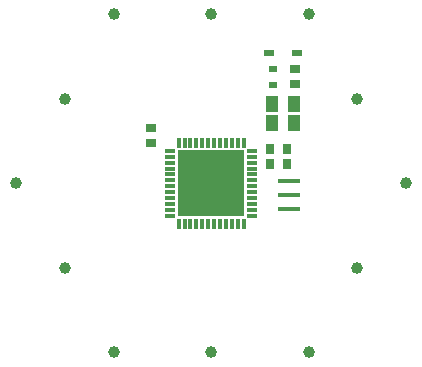
<source format=gbp>
G04*
G04 #@! TF.GenerationSoftware,Altium Limited,Altium Designer,25.8.1 (18)*
G04*
G04 Layer_Color=128*
%FSLAX44Y44*%
%MOMM*%
G71*
G04*
G04 #@! TF.SameCoordinates,72622D7D-59BA-477E-922F-BDBC8D2A5B01*
G04*
G04*
G04 #@! TF.FilePolarity,Positive*
G04*
G01*
G75*
%ADD18R,0.6400X0.8900*%
G04:AMPARAMS|DCode=20|XSize=1mm|YSize=1mm|CornerRadius=0.5mm|HoleSize=0mm|Usage=FLASHONLY|Rotation=120.000|XOffset=0mm|YOffset=0mm|HoleType=Round|Shape=RoundedRectangle|*
%AMROUNDEDRECTD20*
21,1,1.0000,0.0000,0,0,120.0*
21,1,0.0000,1.0000,0,0,120.0*
1,1,1.0000,0.0000,0.0000*
1,1,1.0000,0.0000,0.0000*
1,1,1.0000,0.0000,0.0000*
1,1,1.0000,0.0000,0.0000*
%
%ADD20ROUNDEDRECTD20*%
G04:AMPARAMS|DCode=21|XSize=1mm|YSize=1mm|CornerRadius=0.5mm|HoleSize=0mm|Usage=FLASHONLY|Rotation=0.000|XOffset=0mm|YOffset=0mm|HoleType=Round|Shape=RoundedRectangle|*
%AMROUNDEDRECTD21*
21,1,1.0000,0.0000,0,0,0.0*
21,1,0.0000,1.0000,0,0,0.0*
1,1,1.0000,0.0000,0.0000*
1,1,1.0000,0.0000,0.0000*
1,1,1.0000,0.0000,0.0000*
1,1,1.0000,0.0000,0.0000*
%
%ADD21ROUNDEDRECTD21*%
G04:AMPARAMS|DCode=22|XSize=1mm|YSize=1mm|CornerRadius=0.5mm|HoleSize=0mm|Usage=FLASHONLY|Rotation=60.000|XOffset=0mm|YOffset=0mm|HoleType=Round|Shape=RoundedRectangle|*
%AMROUNDEDRECTD22*
21,1,1.0000,0.0000,0,0,60.0*
21,1,0.0000,1.0000,0,0,60.0*
1,1,1.0000,0.0000,0.0000*
1,1,1.0000,0.0000,0.0000*
1,1,1.0000,0.0000,0.0000*
1,1,1.0000,0.0000,0.0000*
%
%ADD22ROUNDEDRECTD22*%
%ADD39R,0.8500X0.3000*%
%ADD40R,0.3000X0.8500*%
%ADD41R,5.7000X5.7000*%
%ADD42R,0.9500X0.8000*%
%ADD43R,1.0922X1.3970*%
%ADD44R,0.8000X0.6000*%
%ADD45R,1.9000X0.4001*%
%ADD46R,0.9000X0.5000*%
D18*
X50056Y16661D02*
D03*
Y29361D02*
D03*
X64056Y16661D02*
D03*
Y29361D02*
D03*
D20*
X123901Y-71601D02*
D03*
X-123901Y71501D02*
D03*
X165199Y0D02*
D03*
X-165199D02*
D03*
D21*
X123901Y71501D02*
D03*
X-123901Y-71501D02*
D03*
X82601Y143101D02*
D03*
X-82601Y-143101D02*
D03*
D22*
X0Y143101D02*
D03*
Y-142621D02*
D03*
X82601Y-143101D02*
D03*
X-82601Y143101D02*
D03*
D39*
X-34500Y-22500D02*
D03*
Y-27500D02*
D03*
Y-12500D02*
D03*
Y-17500D02*
D03*
Y7500D02*
D03*
Y-2500D02*
D03*
Y2500D02*
D03*
Y22500D02*
D03*
Y27500D02*
D03*
Y12500D02*
D03*
Y17500D02*
D03*
Y-7500D02*
D03*
X34500Y-17500D02*
D03*
Y-12500D02*
D03*
Y-27500D02*
D03*
Y-22500D02*
D03*
Y-7500D02*
D03*
Y-2500D02*
D03*
Y12500D02*
D03*
Y17500D02*
D03*
Y2500D02*
D03*
Y7500D02*
D03*
Y27500D02*
D03*
Y22500D02*
D03*
D40*
X-27500Y-34500D02*
D03*
X-7500D02*
D03*
X-12500D02*
D03*
X-17500D02*
D03*
X-22500D02*
D03*
X-7500Y34500D02*
D03*
X-12500D02*
D03*
X-27500D02*
D03*
X-17500D02*
D03*
X-22500D02*
D03*
X17500Y-34500D02*
D03*
X27500D02*
D03*
X22500D02*
D03*
X2500D02*
D03*
X12500D02*
D03*
X7500D02*
D03*
X17500Y34500D02*
D03*
X27500D02*
D03*
X22500D02*
D03*
X2500D02*
D03*
X-2500D02*
D03*
X12500D02*
D03*
X7500D02*
D03*
X-2500Y-34500D02*
D03*
D41*
X0Y0D02*
D03*
D42*
X-50800Y34390D02*
D03*
X71120Y83920D02*
D03*
Y96420D02*
D03*
X-50800Y46890D02*
D03*
D43*
X51689Y67310D02*
D03*
Y50800D02*
D03*
X70231D02*
D03*
Y67310D02*
D03*
D44*
X52070Y83170D02*
D03*
Y97170D02*
D03*
D45*
X66040Y-22159D02*
D03*
Y1839D02*
D03*
Y-10160D02*
D03*
D46*
X49460Y110490D02*
D03*
X72460D02*
D03*
M02*

</source>
